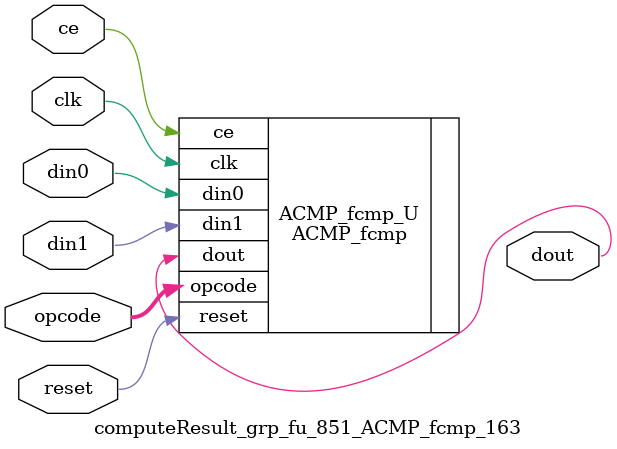
<source format=v>

`timescale 1 ns / 1 ps
module computeResult_grp_fu_851_ACMP_fcmp_163(
    clk,
    reset,
    ce,
    din0,
    din1,
    opcode,
    dout);

parameter ID = 32'd1;
parameter NUM_STAGE = 32'd1;
parameter din0_WIDTH = 32'd1;
parameter din1_WIDTH = 32'd1;
parameter dout_WIDTH = 32'd1;
input clk;
input reset;
input ce;
input[din0_WIDTH - 1:0] din0;
input[din1_WIDTH - 1:0] din1;
input[5 - 1:0] opcode;
output[dout_WIDTH - 1:0] dout;



ACMP_fcmp #(
.ID( ID ),
.NUM_STAGE( 3 ),
.din0_WIDTH( din0_WIDTH ),
.din1_WIDTH( din1_WIDTH ),
.dout_WIDTH( dout_WIDTH ))
ACMP_fcmp_U(
    .clk( clk ),
    .reset( reset ),
    .ce( ce ),
    .din0( din0 ),
    .din1( din1 ),
    .dout( dout ),
    .opcode( opcode ));

endmodule

</source>
